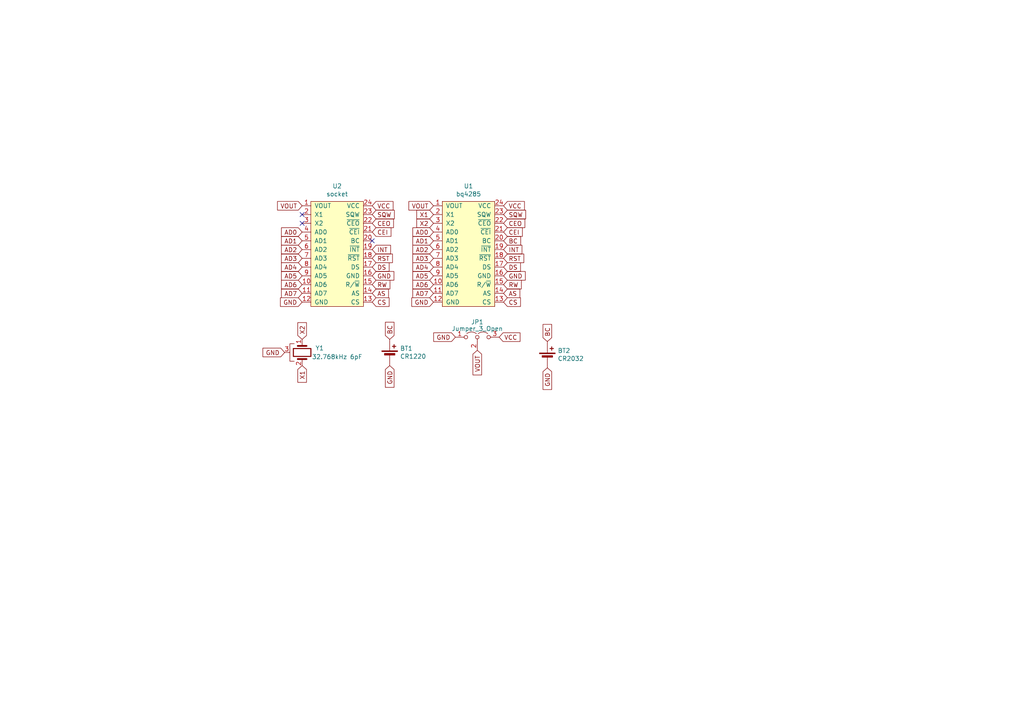
<source format=kicad_sch>
(kicad_sch (version 20231120) (generator "eeschema") (generator_version "8.0")
  (paper "A4")
  (title_block (title "nwX287") (date "2023-07-07") (rev "2") (company "Necroware") (comment 1 "by Scorp"))
  (lib_symbols
    (symbol "Device:Battery_Cell" (pin_numbers hide) (pin_names (offset 0) hide)
      (property "Reference" "BT" (at 2.54 2.54 0))
      (property "Value" "Battery_Cell" (at 2.54 0 0))
      (symbol "Battery_Cell_0_1"
        (rectangle (start -2.286 1.778) (end 2.286 1.524) (fill (type outline)))
        (rectangle (start -1.524 1.016) (end 1.524 0.508) (fill (type outline)))
        (polyline (pts (xy 0 0.762) (xy 0 0)))
        (polyline (pts (xy 0 1.778) (xy 0 2.54)))
        (polyline (pts (xy 0.762 3.048) (xy 1.778 3.048)) (stroke (width 0.254)))
        (polyline (pts (xy 1.27 3.556) (xy 1.27 2.54)) (stroke (width 0.254)))
      )
      (symbol "Battery_Cell_1_1"
        (pin passive line (at 0 5.08 270) (length 2.54) (name "+") (number "1"))
        (pin passive line (at 0 -2.54 90) (length 2.54) (name "-") (number "2"))
      )
    )
    (symbol "Device:Crystal_GND3" (pin_names (offset 1.016) hide)
      (property "Reference" "Y" (at 0 5.715 0))
      (property "Value" "Crystal_GND3" (at 0 3.81 0))
      (symbol "Crystal_GND3_0_1"
        (rectangle (start -1.143 2.54) (end 1.143 -2.54) (stroke (width 0.3048)))
        (polyline (pts (xy -2.54 0) (xy -1.905 0)))
        (polyline (pts (xy -1.905 -1.27) (xy -1.905 1.27)) (stroke (width 0.508)))
        (polyline (pts (xy 0 -3.81) (xy 0 -3.556)))
        (polyline (pts (xy 1.905 0) (xy 2.54 0)))
        (polyline (pts (xy 1.905 1.27) (xy 1.905 -1.27)) (stroke (width 0.508)))
        (polyline (pts (xy -2.54 -2.286) (xy -2.54 -3.556) (xy 2.54 -3.556) (xy 2.54 -2.286)))
      )
      (symbol "Crystal_GND3_1_1"
        (pin passive line (at -3.81 0 0) (length 1.27) (name "1") (number "1"))
        (pin passive line (at 3.81 0 180) (length 1.27) (name "2") (number "2"))
        (pin passive line (at 0 -5.08 90) (length 1.27) (name "3") (number "3"))
      )
    )
    (symbol "Jumper:Jumper_3_Open" (pin_names (offset 0) hide)
      (property "Reference" "JP" (at -2.54 -2.54 0))
      (property "Value" "Jumper_3_Open" (at 0 2.794 0))
      (symbol "Jumper_3_Open_0_0"
        (circle (center -3.302 0) (radius 0.508))
        (circle (center 0 0) (radius 0.508))
        (circle (center 3.302 0) (radius 0.508))
      )
      (symbol "Jumper_3_Open_0_1"
        (arc (start -0.254 1.016) (mid -1.651 1.4992) (end -3.048 1.016))
        (polyline (pts (xy 0 -0.508) (xy 0 -1.27)))
        (arc (start 3.048 1.016) (mid 1.651 1.4992) (end 0.254 1.016))
      )
      (symbol "Jumper_3_Open_1_1"
        (pin passive line (at -6.35 0 0) (length 2.54) (name "A") (number "1"))
        (pin passive line (at 0 -3.81 90) (length 2.54) (name "C") (number "2"))
        (pin passive line (at 6.35 0 180) (length 2.54) (name "B") (number "3"))
      )
    )
    (symbol "nwX287:bq4285" (pin_names (offset 1.016))
      (property "Reference" "U" (at 0 5.08 0))
      (property "Value" "bq4285" (at 0 2.54 0))
      (symbol "bq4285_0_1"
        (rectangle (start -7.62 0) (end 7.62 -30.48) (fill (type background)))
      )
      (symbol "bq4285_1_1"
        (pin input line (at -10.16 -1.27 0) (length 2.54) (name "VOUT") (number "1"))
        (pin input line (at -10.16 -24.13 0) (length 2.54) (name "AD6") (number "10"))
        (pin input line (at -10.16 -26.67 0) (length 2.54) (name "AD7") (number "11"))
        (pin input line (at -10.16 -29.21 0) (length 2.54) (name "GND") (number "12"))
        (pin input line (at 10.16 -29.21 180) (length 2.54) (name "CS") (number "13"))
        (pin input line (at 10.16 -26.67 180) (length 2.54) (name "AS") (number "14"))
        (pin input line (at 10.16 -24.13 180) (length 2.54) (name "R/~{W}") (number "15"))
        (pin input line (at 10.16 -21.59 180) (length 2.54) (name "GND") (number "16"))
        (pin input line (at 10.16 -19.05 180) (length 2.54) (name "DS") (number "17"))
        (pin input line (at 10.16 -16.51 180) (length 2.54) (name "~{RST}") (number "18"))
        (pin input line (at 10.16 -13.97 180) (length 2.54) (name "~{INT}") (number "19"))
        (pin input line (at -10.16 -3.81 0) (length 2.54) (name "X1") (number "2"))
        (pin input line (at 10.16 -11.43 180) (length 2.54) (name "BC") (number "20"))
        (pin input line (at 10.16 -8.89 180) (length 2.54) (name "~{CEI}") (number "21"))
        (pin input line (at 10.16 -6.35 180) (length 2.54) (name "~{CEO}") (number "22"))
        (pin input line (at 10.16 -3.81 180) (length 2.54) (name "SQW") (number "23"))
        (pin input line (at 10.16 -1.27 180) (length 2.54) (name "VCC") (number "24"))
        (pin input line (at -10.16 -6.35 0) (length 2.54) (name "X2") (number "3"))
        (pin input line (at -10.16 -8.89 0) (length 2.54) (name "AD0") (number "4"))
        (pin input line (at -10.16 -11.43 0) (length 2.54) (name "AD1") (number "5"))
        (pin input line (at -10.16 -13.97 0) (length 2.54) (name "AD2") (number "6"))
        (pin input line (at -10.16 -16.51 0) (length 2.54) (name "AD3") (number "7"))
        (pin input line (at -10.16 -19.05 0) (length 2.54) (name "AD4") (number "8"))
        (pin input line (at -10.16 -21.59 0) (length 2.54) (name "AD5") (number "9"))
      )
    )
  )
  (no_connect (at 87.63 64.77))
  (no_connect (at 87.63 62.23))
  (no_connect (at 107.95 69.85))
  (global_label "VCC" (shape input) (at 146.05 59.69 0) (property "Intersheetrefs" "${INTERSHEET_REFS}" (effects (hide yes))))
  (global_label "AD5" (shape input) (at 87.63 80.01 180) (property "Intersheetrefs" "${INTERSHEET_REFS}" (effects (hide yes))))
  (global_label "AD7" (shape input) (at 125.73 85.09 180) (property "Intersheetrefs" "${INTERSHEET_REFS}" (effects (hide yes))))
  (global_label "BC" (shape input) (at 146.05 69.85 0) (property "Intersheetrefs" "${INTERSHEET_REFS}" (effects (hide yes))))
  (global_label "RW" (shape input) (at 107.95 82.55 0) (property "Intersheetrefs" "${INTERSHEET_REFS}" (effects (hide yes))))
  (global_label "AD3" (shape input) (at 125.73 74.93 180) (property "Intersheetrefs" "${INTERSHEET_REFS}" (effects (hide yes))))
  (global_label "AD5" (shape input) (at 125.73 80.01 180) (property "Intersheetrefs" "${INTERSHEET_REFS}" (effects (hide yes))))
  (global_label "GND" (shape input) (at 87.63 87.63 180) (property "Intersheetrefs" "${INTERSHEET_REFS}" (effects (hide yes))))
  (global_label "AD2" (shape input) (at 87.63 72.39 180) (property "Intersheetrefs" "${INTERSHEET_REFS}" (effects (hide yes))))
  (global_label "AD6" (shape input) (at 87.63 82.55 180) (property "Intersheetrefs" "${INTERSHEET_REFS}" (effects (hide yes))))
  (global_label "AD6" (shape input) (at 125.73 82.55 180) (property "Intersheetrefs" "${INTERSHEET_REFS}" (effects (hide yes))))
  (global_label "BC" (shape input) (at 113.03 98.425 90) (property "Intersheetrefs" "${INTERSHEET_REFS}" (effects (hide yes))))
  (global_label "GND" (shape input) (at 132.08 97.79 180) (property "Intersheetrefs" "${INTERSHEET_REFS}" (effects (hide yes))))
  (global_label "RW" (shape input) (at 146.05 82.55 0) (property "Intersheetrefs" "${INTERSHEET_REFS}" (effects (hide yes))))
  (global_label "GND" (shape input) (at 158.75 106.68 270) (property "Intersheetrefs" "${INTERSHEET_REFS}" (effects (hide yes))))
  (global_label "DS" (shape input) (at 146.05 77.47 0) (property "Intersheetrefs" "${INTERSHEET_REFS}" (effects (hide yes))))
  (global_label "AD2" (shape input) (at 125.73 72.39 180) (property "Intersheetrefs" "${INTERSHEET_REFS}" (effects (hide yes))))
  (global_label "VOUT" (shape input) (at 138.43 101.6 270) (property "Intersheetrefs" "${INTERSHEET_REFS}" (effects (hide yes))))
  (global_label "VCC" (shape input) (at 144.78 97.79 0) (property "Intersheetrefs" "${INTERSHEET_REFS}" (effects (hide yes))))
  (global_label "AD0" (shape input) (at 87.63 67.31 180) (property "Intersheetrefs" "${INTERSHEET_REFS}" (effects (hide yes))))
  (global_label "GND" (shape input) (at 113.03 106.045 270) (property "Intersheetrefs" "${INTERSHEET_REFS}" (effects (hide yes))))
  (global_label "INT" (shape input) (at 107.95 72.39 0) (property "Intersheetrefs" "${INTERSHEET_REFS}" (effects (hide yes))))
  (global_label "CEI" (shape input) (at 107.95 67.31 0) (property "Intersheetrefs" "${INTERSHEET_REFS}" (effects (hide yes))))
  (global_label "GND" (shape input) (at 107.95 80.01 0) (property "Intersheetrefs" "${INTERSHEET_REFS}" (effects (hide yes))))
  (global_label "AD7" (shape input) (at 87.63 85.09 180) (property "Intersheetrefs" "${INTERSHEET_REFS}" (effects (hide yes))))
  (global_label "AS" (shape input) (at 107.95 85.09 0) (property "Intersheetrefs" "${INTERSHEET_REFS}" (effects (hide yes))))
  (global_label "CEO" (shape input) (at 146.05 64.77 0) (property "Intersheetrefs" "${INTERSHEET_REFS}" (effects (hide yes))))
  (global_label "SQW" (shape input) (at 146.05 62.23 0) (property "Intersheetrefs" "${INTERSHEET_REFS}" (effects (hide yes))))
  (global_label "DS" (shape input) (at 107.95 77.47 0) (property "Intersheetrefs" "${INTERSHEET_REFS}" (effects (hide yes))))
  (global_label "X1" (shape input) (at 87.63 106.045 270) (property "Intersheetrefs" "${INTERSHEET_REFS}" (effects (hide yes))))
  (global_label "AD1" (shape input) (at 125.73 69.85 180) (property "Intersheetrefs" "${INTERSHEET_REFS}" (effects (hide yes))))
  (global_label "CEO" (shape input) (at 107.95 64.77 0) (property "Intersheetrefs" "${INTERSHEET_REFS}" (effects (hide yes))))
  (global_label "AD1" (shape input) (at 87.63 69.85 180) (property "Intersheetrefs" "${INTERSHEET_REFS}" (effects (hide yes))))
  (global_label "CS" (shape input) (at 146.05 87.63 0) (property "Intersheetrefs" "${INTERSHEET_REFS}" (effects (hide yes))))
  (global_label "CS" (shape input) (at 107.95 87.63 0) (property "Intersheetrefs" "${INTERSHEET_REFS}" (effects (hide yes))))
  (global_label "INT" (shape input) (at 146.05 72.39 0) (property "Intersheetrefs" "${INTERSHEET_REFS}" (effects (hide yes))))
  (global_label "AS" (shape input) (at 146.05 85.09 0) (property "Intersheetrefs" "${INTERSHEET_REFS}" (effects (hide yes))))
  (global_label "VOUT" (shape input) (at 87.63 59.69 180) (property "Intersheetrefs" "${INTERSHEET_REFS}" (effects (hide yes))))
  (global_label "X2" (shape input) (at 87.63 98.425 90) (property "Intersheetrefs" "${INTERSHEET_REFS}" (effects (hide yes))))
  (global_label "BC" (shape input) (at 158.75 99.06 90) (property "Intersheetrefs" "${INTERSHEET_REFS}" (effects (hide yes))))
  (global_label "GND" (shape input) (at 125.73 87.63 180) (property "Intersheetrefs" "${INTERSHEET_REFS}" (effects (hide yes))))
  (global_label "RST" (shape input) (at 107.95 74.93 0) (property "Intersheetrefs" "${INTERSHEET_REFS}" (effects (hide yes))))
  (global_label "AD0" (shape input) (at 125.73 67.31 180) (property "Intersheetrefs" "${INTERSHEET_REFS}" (effects (hide yes))))
  (global_label "RST" (shape input) (at 146.05 74.93 0) (property "Intersheetrefs" "${INTERSHEET_REFS}" (effects (hide yes))))
  (global_label "CEI" (shape input) (at 146.05 67.31 0) (property "Intersheetrefs" "${INTERSHEET_REFS}" (effects (hide yes))))
  (global_label "GND" (shape input) (at 146.05 80.01 0) (property "Intersheetrefs" "${INTERSHEET_REFS}" (effects (hide yes))))
  (global_label "X2" (shape input) (at 125.73 64.77 180) (property "Intersheetrefs" "${INTERSHEET_REFS}" (effects (hide yes))))
  (global_label "X1" (shape input) (at 125.73 62.23 180) (property "Intersheetrefs" "${INTERSHEET_REFS}" (effects (hide yes))))
  (global_label "VCC" (shape input) (at 107.95 59.69 0) (property "Intersheetrefs" "${INTERSHEET_REFS}" (effects (hide yes))))
  (global_label "SQW" (shape input) (at 107.95 62.23 0) (property "Intersheetrefs" "${INTERSHEET_REFS}" (effects (hide yes))))
  (global_label "AD3" (shape input) (at 87.63 74.93 180) (property "Intersheetrefs" "${INTERSHEET_REFS}" (effects (hide yes))))
  (global_label "VOUT" (shape input) (at 125.73 59.69 180) (property "Intersheetrefs" "${INTERSHEET_REFS}" (effects (hide yes))))
  (global_label "AD4" (shape input) (at 125.73 77.47 180) (property "Intersheetrefs" "${INTERSHEET_REFS}" (effects (hide yes))))
  (global_label "AD4" (shape input) (at 87.63 77.47 180) (property "Intersheetrefs" "${INTERSHEET_REFS}" (effects (hide yes))))
  (global_label "GND" (shape input) (at 82.55 102.235 180) (property "Intersheetrefs" "${INTERSHEET_REFS}" (effects (hide yes))))
  (symbol (lib_id "nwX287:bq4285") (at 97.79 58.42 0) (unit 1)
    (property "Reference" "U2" (at 97.79 53.975 0))
    (property "Value" "socket" (at 97.79 56.2864 0))
    (property "Footprint" "Package_DIP:DIP-24_W15.24mm_Socket" (effects (hide yes)))
  )
  (symbol (lib_id "nwX287:bq4285") (at 135.89 58.42 0) (unit 1)
    (property "Reference" "U1" (at 135.89 53.975 0))
    (property "Value" "bq4285" (at 135.89 56.2864 0))
    (property "Footprint" "Package_SO:SOIC-24W_7.5x15.4mm_P1.27mm" (effects (hide yes)))
  )
  (symbol (lib_id "Device:Crystal_GND3") (at 87.63 102.235 270) (unit 1)
    (property "Reference" "Y1" (at 92.71 100.965 90))
    (property "Value" "32.768kHz 6pF" (at 97.79 103.505 90))
    (property "Footprint" "Crystal:Crystal_SMD_FrontierElectronics_FM206" (effects (hide yes)))
  )
  (symbol (lib_id "Device:Battery_Cell") (at 113.03 103.505 0) (unit 1)
    (property "Reference" "BT1" (at 116.0272 101.0666 0) (effects (justify left)))
    (property "Value" "CR1220" (at 116.0272 103.378 0) (effects (justify left)))
    (property "Footprint" "nwX287:BatteryHolder_CR1220" (effects (hide yes)))
  )
  (symbol (lib_id "Device:Battery_Cell") (at 158.75 104.14 0) (unit 1)
    (property "Reference" "BT2" (at 161.7472 101.7016 0) (effects (justify left)))
    (property "Value" "CR2032" (at 161.7472 104.013 0) (effects (justify left)))
    (property "Footprint" "Rime:CR2032_Vertical" (effects (hide yes)))
  )
  (symbol (lib_id "Jumper:Jumper_3_Open") (at 138.43 97.79 0) (unit 1)
    (property "Reference" "JP1" (at 138.43 93.4079 0))
    (property "Value" "Jumper_3_Open" (at 138.43 95.3289 0))
    (property "Footprint" "Jumper:SolderJumper-3_P1.3mm_Open_RoundedPad1.0x1.5mm" (effects (hide yes)))
  )
)
</source>
